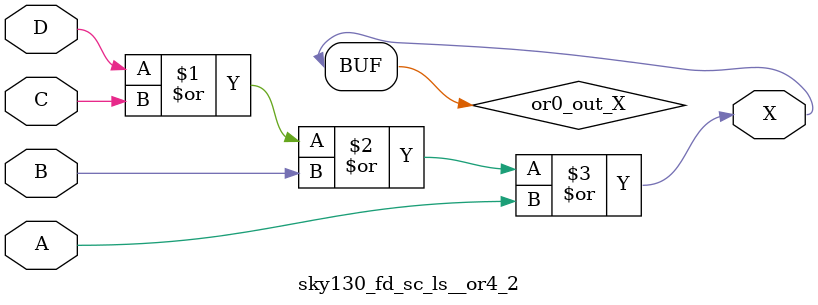
<source format=v>
/*
 * Copyright 2020 The SkyWater PDK Authors
 *
 * Licensed under the Apache License, Version 2.0 (the "License");
 * you may not use this file except in compliance with the License.
 * You may obtain a copy of the License at
 *
 *     https://www.apache.org/licenses/LICENSE-2.0
 *
 * Unless required by applicable law or agreed to in writing, software
 * distributed under the License is distributed on an "AS IS" BASIS,
 * WITHOUT WARRANTIES OR CONDITIONS OF ANY KIND, either express or implied.
 * See the License for the specific language governing permissions and
 * limitations under the License.
 *
 * SPDX-License-Identifier: Apache-2.0
*/


`ifndef SKY130_FD_SC_LS__OR4_2_FUNCTIONAL_V
`define SKY130_FD_SC_LS__OR4_2_FUNCTIONAL_V

/**
 * or4: 4-input OR.
 *
 * Verilog simulation functional model.
 */

`timescale 1ns / 1ps
`default_nettype none

`celldefine
module sky130_fd_sc_ls__or4_2 (
    X,
    A,
    B,
    C,
    D
);

    // Module ports
    output X;
    input  A;
    input  B;
    input  C;
    input  D;

    // Local signals
    wire or0_out_X;

    //  Name  Output     Other arguments
    or  or0  (or0_out_X, D, C, B, A     );
    buf buf0 (X        , or0_out_X      );

endmodule
`endcelldefine

`default_nettype wire
`endif  // SKY130_FD_SC_LS__OR4_2_FUNCTIONAL_V

</source>
